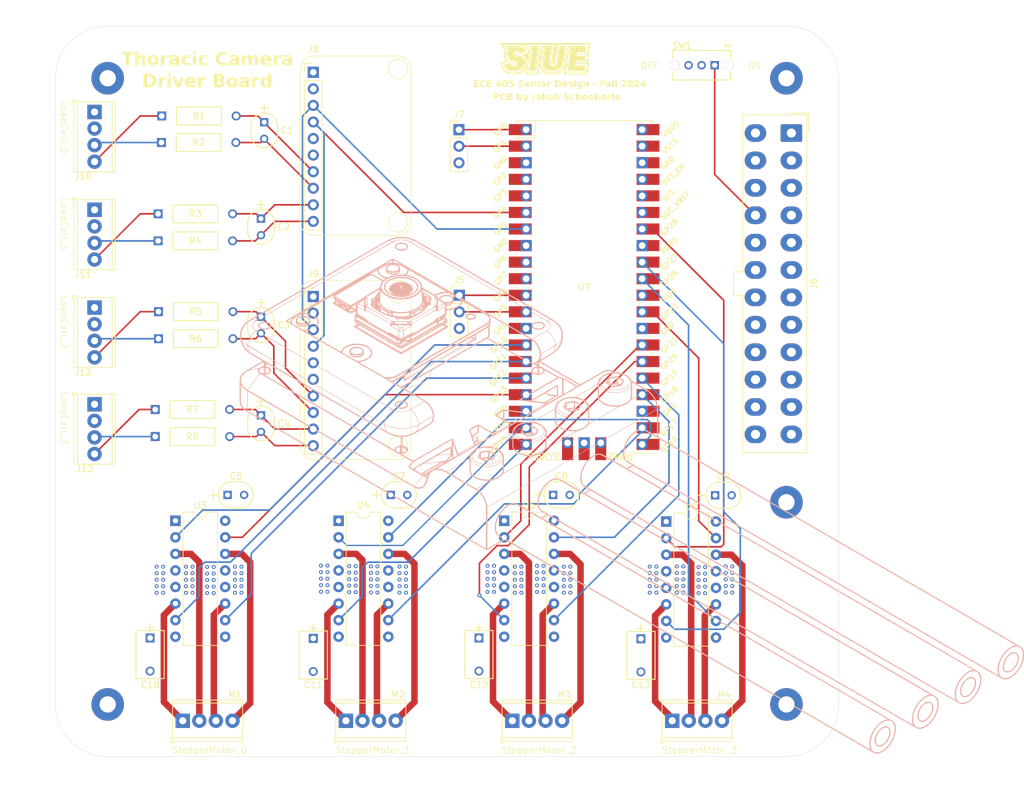
<source format=kicad_pcb>
(kicad_pcb (version 20240108) (generator "pcbnew") (generator_version "8.0")
  (layers (0 "F.Cu" signal "TOP.Cu") (1 "In1.Cu" signal "GND.Cu") (2 "In2.Cu" signal "POWER.Cu") (31 "B.Cu" signal "BOTTOM.Cu") (34 "B.Paste" user) (35 "F.Paste" user) (36 "B.SilkS" user "B.Silkscreen") (37 "F.SilkS" user "F.Silkscreen") (38 "B.Mask" user) (39 "F.Mask" user) (44 "Edge.Cuts" user))
  (net 0 "")
  (net 1 "/Loadcell_ADCs/2_A1")
  (net 2 "/Loadcell_ADCs/2_A2")
  (net 3 "/Loadcell_ADCs/2_A3")
  (net 4 "/Loadcell_ADCs/2_A4")
  (net 5 "/Loadcell_ADCs/1_A2")
  (net 6 "/Loadcell_ADCs/1_A1")
  (net 7 "/Loadcell_ADCs/1_A4")
  (net 8 "/Loadcell_ADCs/1_A3")
  (net 9 "+5V")
  (net 10 "GND")
  (net 11 "+12V")
  (net 12 "/UART1_RX")
  (net 13 "/UART1_TX")
  (net 18 "Net-(J6-PS_ON#)")
  (net 23 "/UART0_TX")
  (net 24 "/UART0_RX")
  (net 25 "/SCL")
  (net 27 "/SDA")
  (net 29 "/Loadcell_ADCs/-LoadCell1")
  (net 30 "/Loadcell_ADCs/+LoadCell1")
  (net 31 "/Loadcell_ADCs/+LoadCell2")
  (net 32 "/Loadcell_ADCs/-LoadCell2")
  (net 33 "/Loadcell_ADCs/-LoadCell3")
  (net 34 "/Loadcell_ADCs/+LoadCell3")
  (net 35 "/Loadcell_ADCs/+LoadCell4")
  (net 36 "/Loadcell_ADCs/-LoadCell4")
  (net 37 "Net-(U3-2Y)")
  (net 38 "Net-(U3-4Y)")
  (net 39 "Net-(M1--)")
  (net 40 "Net-(U3-3Y)")
  (net 41 "Net-(U4-4Y)")
  (net 42 "Net-(U4-3Y)")
  (net 43 "Net-(U4-2Y)")
  (net 44 "Net-(M2--)")
  (net 45 "Net-(M3--)")
  (net 46 "Net-(U5-2Y)")
  (net 47 "Net-(U5-3Y)")
  (net 48 "Net-(U5-4Y)")
  (net 49 "Net-(M4--)")
  (net 50 "Net-(U6-2Y)")
  (net 51 "Net-(U6-4Y)")
  (net 52 "Net-(U6-3Y)")
  (net 54 "/12A")
  (net 55 "/14A")
  (net 56 "/13A")
  (net 57 "/11A")
  (net 58 "/24A")
  (net 59 "/22A")
  (net 60 "/23A")
  (net 61 "/21A")
  (net 62 "/31A")
  (net 63 "/34A")
  (net 64 "/32A")
  (net 65 "/33A")
  (net 66 "/44A")
  (net 67 "/41A")
  (net 68 "/43A")
  (net 69 "/42A")
  (footprint "ThorParts:CAP_C320_KEM" (layer "F.Cu") (at 82.484694 90.5217 -90)
    (property "Reference" "C2")
    (property "Value" "0.1uF")
  )
  (footprint "Connector_PinHeader_2.54mm:PinHeader_1x03_P2.54mm_Vertical" (layer "F.Cu") (at 112.818735 76.880534)
    (property "Reference" "J7")
    (property "Value" "UART_0")
  )
  (footprint "TerminalBlock_Phoenix:TerminalBlock_Phoenix_MPT-0,5-4-2.54_1x04_P2.54mm_Horizontal" (layer "F.Cu") (at 56.984694 104.1667 -90)
    (property "Reference" "J12")
    (property "Value" "LoadCell_2")
  )
  (footprint "ThorParts:RES_TYCO_YR1_TYC" (layer "F.Cu") (at 67.230694 78.8511)
    (property "Reference" "R2")
    (property "Value" "100 Ohms")
  )
  (footprint "ThorParts:CAP_C330C_MR_X7R_KEM" (layer "F.Cu") (at 90.5 154.88 -90)
    (property "Reference" "C11")
    (property "Value" "1uF")
  )
  (footprint "ThorParts:CAP_C320_KEM" (layer "F.Cu") (at 77.365 132.88)
    (property "Reference" "C5")
    (property "Value" "0.1uF")
  )
  (footprint "ThorParts:RES_TYCO_YR1_TYC" (layer "F.Cu") (at 66.782394 104.7817)
    (property "Reference" "R5")
    (property "Value" "100 Ohms")
  )
  (footprint "ThorParts:CAP_C320_KEM" (layer "F.Cu") (at 82.484694 120.6713 -90)
    (property "Reference" "C4")
    (property "Value" "0.1uF")
  )
  (footprint "ThorParts:CAP_C320_KEM" (layer "F.Cu") (at 102.365 132.88)
    (property "Reference" "C7")
    (property "Value" "0.1uF")
  )
  (footprint "Package_DIP:DIP-16_W7.62mm" (layer "F.Cu") (at 119.76 136.84)
    (property "Reference" "U5")
    (property "Value" "L293D")
  )
  (footprint "ThorParts:RES_TYCO_YR1_TYC" (layer "F.Cu") (at 66.730694 93.9313)
    (property "Reference" "R4")
    (property "Value" "100 Ohms")
  )
  (footprint "ThorParts:SIUE_Logo" (layer "F.Cu") (at 126 66)
    (property "Reference" "G***" (hide yes))
    (property "Value" "LOGO" (hide yes))
  )
  (footprint "ThorParts:ADS1115_1x10_P2.54mm_Vertical" (layer "F.Cu") (at 90.5 102.46)
    (property "Reference" "J9")
    (property "Value" "ADS1115_Module_0")
  )
  (footprint "ThorParts:RES_TYCO_YR1_TYC" (layer "F.Cu") (at 66.782394 108.9313)
    (property "Reference" "R6")
    (property "Value" "100 Ohms")
  )
  (footprint "TerminalBlock_Phoenix:TerminalBlock_Phoenix_MPT-0,5-4-2.54_1x04_P2.54mm_Horizontal" (layer "F.Cu") (at 56.984694 74.1667 -90)
    (property "Reference" "J10")
    (property "Value" "LoadCell_0")
  )
  (footprint "ThorParts:CAP_C320_KEM" (layer "F.Cu") (at 82.984694 75.7417 -90)
    (property "Reference" "C1")
    (property "Value" "0.1uF")
  )
  (footprint "TerminalBlock_Phoenix:TerminalBlock_Phoenix_MPT-0,5-4-2.54_1x04_P2.54mm_Horizontal" (layer "F.Cu") (at 145.5 167.5)
    (property "Reference" "M4")
    (property "Value" "Stepper_Motor")
  )
  (footprint "ThorParts:RES_TYCO_YR1_TYC" (layer "F.Cu") (at 66.282394 119.7817)
    (property "Reference" "R7")
    (property "Value" "100 Ohms")
  )
  (footprint "ThorParts:CAP_C320_KEM" (layer "F.Cu") (at 152.065 132.935)
    (property "Reference" "C9")
    (property "Value" "0.1uF")
  )
  (footprint "ThorParts:Molex_Mini-Fit_Jr_5566-24A_2x12_P4.20mm_Vertical_Thor" (layer "F.Cu") (at 163.75 77.4 -90)
    (property "Reference" "J6")
    (property "Value" "ATX-24")
  )
  (footprint "MountingHole:MountingHole_2.5mm_Pad_TopBottom" (layer "F.Cu") (at 59 165)
    (property "Reference" "REF**" (hide yes))
    (property "Value" "MountingHole_2.5mm_Pad_TopBottom" (hide yes))
  )
  (footprint "Package_DIP:DIP-16_W7.62mm" (layer "F.Cu") (at 69.38 136.84)
    (property "Reference" "U3")
    (property "Value" "L293D")
  )
  (footprint "ThorParts:CAP_C330C_MR_X7R_KEM" (layer "F.Cu") (at 65.5 154.8099 -90)
    (property "Reference" "C10")
    (property "Value" "1uF")
  )
  (footprint "MountingHole:MountingHole_2.5mm_Pad_TopBottom" (layer "F.Cu") (at 163 134)
    (property "Reference" "REF**" (hide yes))
    (property "Value" "MountingHole_2.5mm_Pad_TopBottom" (hide yes))
  )
  (footprint "ThorParts:CAP_C330C_MR_X7R_KEM" (layer "F.Cu") (at 115.88 154.8099 -90)
    (property "Reference" "C12")
    (property "Value" "1uF")
  )
  (footprint "TerminalBlock_Phoenix:TerminalBlock_Phoenix_MPT-0,5-4-2.54_1x04_P2.54mm_Horizontal" (layer "F.Cu") (at 56.984694 118.9817 -90)
    (property "Reference" "J13")
    (property "Value" "LoadCell_3")
  )
  (footprint "ThorParts:CAP_C320_KEM" (layer "F.Cu") (at 127.245 132.88)
    (property "Reference" "C8")
    (property "Value" "0.1uF")
  )
  (footprint "TerminalBlock_Phoenix:TerminalBlock_Phoenix_MPT-0,5-4-2.54_1x04_P2.54mm_Horizontal" (layer "F.Cu") (at 95.5 167.5)
    (property "Reference" "M2")
    (property "Value" "Stepper_Motor")
  )
  (footprint "Package_DIP:DIP-16_W7.62mm" (layer "F.Cu") (at 144.58 136.965)
    (property "Reference" "U6")
    (property "Value" "L293D")
  )
  (footprint "Package_DIP:DIP-16_W7.62mm" (layer "F.Cu") (at 94.38 136.84)
    (property "Reference" "U4")
    (property "Value" "L293D")
  )
  (footprint "MountingHole:MountingHole_2.5mm_Pad_TopBottom" (layer "F.Cu") (at 58.999999 69.000001)
    (property "Reference" "REF**" (hide yes))
    (property "Value" "MountingHole_2.5mm_Pad_TopBottom" (hide yes))
  )
  (footprint "MountingHole:MountingHole_2.5mm_Pad_TopBottom" (layer "F.Cu") (at 163 69)
    (property "Reference" "REF**" (hide yes))
    (property "Value" "MountingHole_2.5mm_Pad_TopBottom" (hide yes))
  )
  (footprint "ThorParts:RES_TYCO_YR1_TYC" (layer "F.Cu") (at 66.730694 89.7817)
    (property "Reference" "R3")
    (property "Value" "100 Ohms")
  )
  (footprint "MountingHole:MountingHole_2.5mm_Pad_TopBottom" (layer "F.Cu") (at 163 165)
    (property "Reference" "REF**" (hide yes))
    (property "Value" "MountingHole_2.5mm_Pad_TopBottom" (hide yes))
  )
  (footprint "ThorParts:ADS1115_1x10_P2.54mm_Vertical" (layer "F.Cu") (at 90.5 68.08)
    (property "Reference" "J8")
    (property "Value" "ADS1115_Module_1")
  )
  (footprint "Connector_PinHeader_2.54mm:PinHeader_1x03_P2.54mm_Vertical" (layer "F.Cu") (at 112.878319 102.270418)
    (property "Reference" "J5")
    (property "Value" "UART_1")
  )
  (footprint "ThorParts:RES_TYCO_YR1_TYC" (layer "F.Cu") (at 66.282394 123.9313)
    (property "Reference" "R8")
    (property "Value" "100 Ohms")
  )
  (footprint "TerminalBlock_Phoenix:TerminalBlock_Phoenix_MPT-0,5-4-2.54_1x04_P2.54mm_Horizontal" (layer "F.Cu") (at 70.5 167.5)
    (property "Reference" "M1")
    (property "Value" "Stepper_Motor")
  )
  (footprint "ThorParts:RES_TYCO_YR1_TYC" (layer "F.Cu") (at 67.282394 74.7817)
    (property "Reference" "R1")
    (property "Value" "100 Ohms")
  )
  (footprint "TerminalBlock_Phoenix:TerminalBlock_Phoenix_MPT-0,5-4-2.54_1x04_P2.54mm_Horizontal" (layer "F.Cu") (at 56.984694 89.1667 -90)
    (property "Reference" "J11")
    (property "Value" "LoadCell_1")
  )
  (footprint "ThorParts:CAP_C320_KEM" (layer "F.Cu") (at 82.484694 105.5617 -90)
    (property "Reference" "C3")
    (property "Value" "0.1uF")
  )
  (footprint "ThorParts:SPDT_OS102011_CNK" (layer "F.Cu") (at 151.999999 66.999999 -90)
    (property "Reference" "SW1")
    (property "Value" "OS102011MS2QN1")
  )
  (footprint "MCU_RaspberryPi_and_Boards:RPi_Pico_SMD_TH" (layer "F.Cu") (at 132 101)
    (property "Reference" "U7")
    (property "Value" "Pico")
  )
  (footprint "TerminalBlock_Phoenix:TerminalBlock_Phoenix_MPT-0,5-4-2.54_1x04_P2.54mm_Horizontal" (layer "F.Cu") (at 121 167.5)
    (property "Reference" "M3")
    (property "Value" "Stepper_Motor")
  )
  (footprint "ThorParts:CAP_C330C_MR_X7R_KEM" (layer "F.Cu") (at 140.7 154.9349 -90)
    (property "Reference" "C13")
    (property "Value" "1uF")
  )
  (footprint "ThorParts:CameraMod" (layer "B.Cu") (at 129 135 180)
    (property "Reference" "G***" (hide yes))
    (property "Value" "LOGO" (hide yes))
  )
  (gr_arc (start 59 173) (mid 53.343146 170.656854) (end 51 165) (stroke (width 0.05)) (layer "Edge.Cuts"))
  (gr_line (start 163 61) (end 58.999998 61) (stroke (width 0.05)) (layer "Edge.Cuts"))
  (gr_line (start 163 173) (end 59 173) (stroke (width 0.05)) (layer "Edge.Cuts"))
  (gr_line (start 171 165) (end 171 69) (stroke (width 0.05)) (layer "Edge.Cuts"))
  (gr_line (start 50.999998 69) (end 51 165) (stroke (width 0.05)) (layer "Edge.Cuts"))
  (gr_arc (start 171 165) (mid 168.656854 170.656854) (end 163 173) (stroke (width 0.05)) (layer "Edge.Cuts"))
  (gr_arc (start 163 61) (mid 168.656854 63.343146) (end 171 69) (stroke (width 0.05)) (layer "Edge.Cuts"))
  (gr_arc (start 50.999998 69) (mid 53.343144 63.343146) (end 58.999998 61) (stroke (width 0.05)) (layer "Edge.Cuts"))
  (gr_text "LoadCell_2" (at 51.732341 102.216658 -90) (layer "F.SilkS") (effects (font (size 1 1) (thickness 0.1)) (justify left bottom)))
  (gr_text "ON" (at 157 67.663284 0) (layer "F.SilkS") (effects (font (size 1 1) (thickness 0.1)) (justify left bottom)))
  (gr_text "StepperMotor_0" (at 68.729836 172.571109 0) (layer "F.SilkS") (effects (font (size 1 1) (thickness 0.1)) (justify left bottom)))
  (gr_text "LoadCell_3" (at 51.779657 116.963495 -90) (layer "F.SilkS") (effects (font (size 1 1) (thickness 0.1)) (justify left bottom)))
  (gr_text "StepperMotor_2" (at 119.263382 172.586881 0) (layer "F.SilkS") (effects (font (size 1 1) (thickness 0.1)) (justify left bottom)))
  (gr_text "LoadCell_0" (at 51.732341 72.360228 -90) (layer "F.SilkS") (effects (font (size 1 1) (thickness 0.1)) (justify left bottom)))
  (gr_text "LoadCell_1" (at 51.748113 87.296329 -90) (layer "F.SilkS") (effects (font (size 1 1) (thickness 0.1)) (justify left bottom)))
  (gr_text "PCB by Jakob Schoeberle" (at 118 72.5 0) (layer "F.SilkS") (effects (font (size 1 1) (thickness 0.2) (bold yes)) (justify left bottom)))
  (gr_text "OFF" (at 140.609577 67.615968 0) (layer "F.SilkS") (effects (font (size 1 1) (thickness 0.1)) (justify left bottom)))
  (gr_text "Thoracic Camera\nDriver Board" (at 74.278001 70.721997 0) (layer "F.SilkS") (effects (font (size 2 2) (thickness 0.2) (bold yes)) (justify bottom)))
  (gr_text "ECE 405 Senior Design - Fall 2024" (at 115 70.5 0) (layer "F.SilkS") (effects (font (size 1 1) (thickness 0.2) (bold yes)) (justify left bottom)))
  (gr_text "StepperMotor_3" (at 143.851959 172.571109 0) (layer "F.SilkS") (effects (font (size 1 1) (thickness 0.1)) (justify left bottom)))
  (gr_text "StepperMotor_1" (at 93.870433 172.571109 0) (layer "F.SilkS") (effects (font (size 1 1) (thickness 0.1)) (justify left bottom)))
  (segment (start 78.686994 74.7817) (end 82.024694 74.7817) (width 0.25) (layer "F.Cu") (net 1))
  (segment (start 90.5 83.32) (end 82.984694 75.804694) (width 0.25) (layer "F.Cu") (net 1))
  (segment (start 82.984694 75.804694) (end 82.984694 75.7417) (width 0.2) (layer "F.Cu") (net 1))
  (segment (start 82.024694 74.7817) (end 82.984694 75.7417) (width 0.25) (layer "F.Cu") (net 1))
  (segment (start 82.984694 78.2817) (end 82.984694 78.4817) (width 0.2) (layer "F.Cu") (net 2))
  (segment (start 82.984694 78.344694) (end 82.984694 78.2817) (width 0.2) (layer "F.Cu") (net 2))
  (segment (start 90.5 85.86) (end 82.984694 78.344694) (width 0.25) (layer "F.Cu") (net 2))
  (segment (start 82.415294 78.8511) (end 82.984694 78.2817) (width 0.25) (layer "F.Cu") (net 2))
  (segment (start 78.635294 78.8511) (end 82.415294 78.8511) (width 0.25) (layer "F.Cu") (net 2))
  (segment (start 78.135294 89.7817) (end 81.744694 89.7817) (width 0.25) (layer "F.Cu") (net 3))
  (segment (start 82.484694 90.5217) (end 82.624694 90.3817) (width 0.25) (layer "F.Cu") (net 3))
  (segment (start 84.606394 88.4) (end 82.484694 90.5217) (width 0.25) (layer "F.Cu") (net 3))
  (segment (start 81.744694 89.7817) (end 82.484694 90.5217) (width 0.25) (layer "F.Cu") (net 3))
  (segment (start 90.5 88.4) (end 84.606394 88.4) (width 0.25) (layer "F.Cu") (net 3))
  (segment (start 90.5 90.94) (end 84.606394 90.94) (width 0.25) (layer "F.Cu") (net 4))
  (segment (start 84.606394 90.94) (end 82.484694 93.0617) (width 0.25) (layer "F.Cu") (net 4))
  (segment (start 81.615094 93.9313) (end 82.484694 93.0617) (width 0.25) (layer "F.Cu") (net 4))
  (segment (start 78.135294 93.9313) (end 81.615094 93.9313) (width 0.25) (layer "F.Cu") (net 4))
  (segment (start 82.484694 93.0617) (end 82.904694 93.0617) (width 0.2) (layer "F.Cu") (net 4))
  (segment (start 78.186994 108.9313) (end 81.655094 108.9313) (width 0.25) (layer "F.Cu") (net 5))
  (segment (start 81.655094 108.9313) (end 82.484694 108.1017) (width 0.25) (layer "F.Cu") (net 5))
  (segment (start 90.5 120.24) (end 84.454086 114.194086) (width 0.25) (layer "F.Cu") (net 5))
  (segment (start 84.454086 110.071092) (end 82.484694 108.1017) (width 0.25) (layer "F.Cu") (net 5))
  (segment (start 84.454086 114.194086) (end 84.454086 110.071092) (width 0.25) (layer "F.Cu") (net 5))
  (segment (start 81.704694 104.7817) (end 82.484694 105.5617) (width 0.25) (layer "F.Cu") (net 6))
  (segment (start 78.186994 104.7817) (end 81.704694 104.7817) (width 0.25) (layer "F.Cu") (net 6))
  (segment (start 90.5 117.7) (end 86.247986 113.447986) (width 0.25) (layer "F.Cu") (net 6))
  (segment (start 86.247986 109.324992) (end 82.484694 105.5617) (width 0.25) (layer "F.Cu") (net 6))
  (segment (start 86.247986 113.447986) (end 86.247986 109.324992) (width 0.25) (layer "F.Cu") (net 6))
  (segment (start 77.686994 123.9313) (end 81.764694 123.9313) (width 0.25) (layer "F.Cu") (net 7))
  (segment (start 81.764694 123.9313) (end 82.484694 123.2113) (width 0.25) (layer "F.Cu") (net 7))
  (segment (start 84.593394 125.32) (end 82.484694 123.2113) (width 0.25) (layer "F.Cu") (net 7))
  (segment (start 90.5 125.32) (end 84.593394 125.32) (width 0.25) (layer "F.Cu") (net 7))
  (segment (start 84.593394 122.78) (end 82.484694 120.6713) (width 0.25) (layer "F.Cu") (net 8))
  (segment (start 81.595094 119.7817) (end 82.484694 120.6713) (width 0.25) (layer "F.Cu") (net 8))
  (segment (start 90.5 122.78) (end 84.593394 122.78) (width 0.25) (layer "F.Cu") (net 8))
  (segment (start 77.686994 119.7817) (end 81.595094 119.7817) (width 0.25) (layer "F.Cu") (net 8))
  (via (at 92.68 144.715) (size 0.6) (drill 0.3) (layers "F.Cu" "B.Cu") (net 10))
  (via (at 91.68 147.715) (size 0.6) (drill 0.3) (layers "F.Cu" "B.Cu") (net 10))
  (via (at 103.707507 147.862128) (size 0.6) (drill 0.3) (layers "F.Cu" "B.Cu") (net 10))
  (via (at 147.2 145.84) (size 0.6) (drill 0.3) (layers "F.Cu" "B.Cu") (net 10))
  (via (at 150.537354 147.945215) (size 0.6) (drill 0.3) (layers "F.Cu" "B.Cu") (net 10))
  (via (at 100.324706 143.837295) (size 0.6) (drill 0.3) (layers "F.Cu" "B.Cu") (net 10))
  (via (at 66.5 146.88) (size 0.6) (drill 0.3) (layers "F.Cu" "B.Cu") (net 10))
  (via (at 154.7 147.84) (size 0.6) (drill 0.3) (layers "F.Cu" "B.Cu") (net 10))
  (via (at 67.5 143.88) (size 0.6) (drill 0.3) (layers "F.Cu" "B.Cu") (net 10))
  (via (at 96.001105 145.7886) (size 0.6) (drill 0.3) (layers "F.Cu" "B.Cu") (net 10))
  (via (at 129.88 143.88) (size 0.6) (drill 0.3) (layers "F.Cu" "B.Cu") (net 10))
  (via (at 97.001105 143.7886) (size 0.6) (drill 0.3) (layers "F.Cu" "B.Cu") (net 10))
  (via (at 97.001105 145.7886) (size 0.6) (drill 0.3) (layers "F.Cu" "B.Cu") (net 10))
  (via (at 122.38 147.88) (size 0.6) (drill 0.3) (layers "F.Cu" "B.Cu") (net 10))
  (via (at 100.324706 146.837295) (size 0.6) (drill 0.3) (layers "F.Cu" "B.Cu") (net 10))
  (via (at 67.5 147.88) (size 0.6) (drill 0.3) (layers "F.Cu" "B.Cu") (net 10))
  (via (at 117.195348 146.744907) (size 0.6) (drill 0.3) (layers "F.Cu" "B.Cu") (net 10))
  (via (at 124.785096 147.752446) (size 0.6) (drill 0.3) (layers "F.Cu" "B.Cu") (net 10))
  (via (at 153.7 147.84) (size 0.6) (drill 0.3) (layers "F.Cu" "B.Cu") (net 10))
  (via (at 96.001105 147.7886) (size 0.6) (drill 0.3) (layers "F.Cu" "B.Cu") (net 10))
  (via (at 153.7 143.84) (size 0.6) (drill 0.3) (layers "F.Cu" "B.Cu") (net 10))
  (via (at 91.68 145.715) (size 0.6) (drill 0.3) (layers "F.Cu" "B.Cu") (net 10))
  (via (at 143.057952 144.861445) (size 0.6) (drill 0.3) (layers "F.Cu" "B.Cu") (net 10))
  (via (at 146.2 147.84) (size 0.6) (drill 0.3) (layers "F.Cu" "B.Cu") (net 10))
  (via (at 78.5 146.88) (size 0.6) (drill 0.3) (layers "F.Cu" "B.Cu") (net 10))
  (via (at 121.38 146.88) (size 0.6) (drill 0.3) (layers "F.Cu" "B.Cu") (net 10))
  (via (at 100.324706 147.837295) (size 0.6) (drill 0.3) (layers "F.Cu" "B.Cu") (net 10))
  (via (at 100.324706 145.837295) (size 0.6) (drill 0.3) (layers "F.Cu" "B.Cu") (net 10))
  (via (at 122.38 143.88) (size 0.6) (drill 0.3) (layers "F.Cu" "B.Cu") (net 10))
  (via (at 118.195348 146.744907) (size 0.6) (drill 0.3) (layers "F.Cu" "B.Cu") (net 10))
  (via (at 118.195348 147.744907) (size 0.6) (drill 0.3) (layers "F.Cu" "B.Cu") (net 10))
  (via (at 150.537354 144.945215) (size 0.6) (drill 0.3) (layers "F.Cu" "B.Cu") (net 10))
  (via (at 72 147.88) (size 0.6) (drill 0.3) (layers "F.Cu" "B.Cu") (net 10))
  (via (at 75.242943 144.925291) (size 0.6) (drill 0.3) (layers "F.Cu" "B.Cu") (net 10))
  (via (at 128.88 146.88) (size 0.6) (drill 0.3) (layers "F.Cu" "B.Cu") (net 10))
  (via (at 67.5 145.88) (size 0.6) (drill 0.3) (layers "F.Cu" "B.Cu") (net 10))
  (via (at 125.785096 147.752446) (size 0.6) (drill 0.3) (layers "F.Cu" "B.Cu") (net 10))
  (via (at 66.5 147.88) (size 0.6) (drill 0.3) (layers "F.Cu" "B.Cu") (net 10))
  (via (at 154.7 146.84) (size 0.6) (drill 0.3) (layers "F.Cu" "B.Cu") (net 10))
  (via (at 72 145.88) (size 0.6) (drill 0.3) (layers "F.Cu" "B.Cu") (net 10))
  (via (at 129.88 144.88) (size 0.6) (drill 0.3) (layers "F.Cu" "B.Cu") (net 10))
  (via (at 129.88 145.88) (size 0.6) (drill 0.3) (layers "F.Cu" "B.Cu") (net 10))
  (via (at 118.195348 143.744907) (size 0.6) (drill 0.3) (layers "F.Cu" "B.Cu") (net 10))
  (via (at 79.5 146.88) (size 0.6) (drill 0.3) (layers "F.Cu" "B.Cu") (net 10))
  (via (at 154.7 143.84) (size 0.6) (drill 0.3) (layers "F.Cu" "B.Cu") (net 10))
  (via (at 146.2 144.84) (size 0.6) (drill 0.3) (layers "F.Cu" "B.Cu") (net 10))
  (via (at 97.001105 144.7886) (size 0.6) (drill 0.3) (layers "F.Cu" "B.Cu") (net 10))
  (via (at 147.2 146.84) (size 0.6) (drill 0.3) (layers "F.Cu" "B.Cu") (net 10))
  (via (at 96.001105 144.7886) (size 0.6) (drill 0.3) (layers "F.Cu" "B.Cu") (net 10))
  (via (at 142.057952 146.861445) (size 0.6) (drill 0.3) (layers "F.Cu" "B.Cu") (net 10))
  (via (at 66.5 143.88) (size 0.6) (drill 0.3) (layers "F.Cu" "B.Cu") (net 10))
  (via (at 99.324706 145.837295) (size 0.6) (drill 0.3) (layers "F.Cu" "B.Cu") (net 10))
  (via (at 99.324706 143.837295) (size 0.6) (drill 0.3) (layers "F.Cu" "B.Cu") (net 10))
  (via (at 78.5 143.88) (size 0.6) (drill 0.3) (layers "F.Cu" "B.Cu") (net 10))
  (via (at 100.324706 144.837295) (size 0.6) (drill 0.3) (layers "F.Cu" "B.Cu") (net 10))
  (via (at 71 143.88) (size 0.6) (drill 0.3) (layers "F.Cu" "B.Cu") (net 10))
  (via (at 71 146.88) (size 0.6) (drill 0.3) (layers "F.Cu" "B.Cu") (net 10))
  (via (at 142.057952 144.861445) (size 0.6) (drill 0.3) (layers "F.Cu" "B.Cu") (net 10))
  (via (at 143.057952 146.861445) (size 0.6) (drill 0.3) (layers "F.Cu" "B.Cu") (net 10))
  (via (at 143.057952 143.861445) (size 0.6) (drill 0.3) (layers "F.Cu" "B.Cu") (net 10))
  (via (at 79.5 147.88) (size 0.6) (drill 0.3) (layers "F.Cu" "B.Cu") (net 10))
  (via (at 99.324706 144.837295) (size 0.6) (drill 0.3) (layers "F.Cu" "B.Cu") (net 10))
  (via (at 104.707507 147.862128) (size 0.6) (drill 0.3) (layers "F.Cu" "B.Cu") (net 10))
  (via (at 128.88 144.88) (size 0.6) (drill 0.3) (layers "F.Cu" "B.Cu") (net 10))
  (via (at 150.537354 145.945215) (size 0.6) (drill 0.3) (layers "F.Cu" "B.Cu") (net 10))
  (via (at 153.7 145.84) (size 0.6) (drill 0.3) (layers "F.Cu" "B.Cu") (net 10))
  (via (at 146.2 143.84) (size 0.6) (drill 0.3) (layers "F.Cu" "B.Cu") (net 10))
  (via (at 99.324706 146.837295) (size 0.6) (drill 0.3) (layers "F.Cu" "B.Cu") (net 10))
  (via (at 150.537354 146.945215) (size 0.6) (drill 0.3) (layers "F.Cu" "B.Cu") (net 10))
  (via (at 149.537354 145.945215) (size 0.6) (drill 0.3) (layers "F.Cu" "B.Cu") (net 10))
  (via (at 79.5 144.88) (size 0.6) (drill 0.3) (layers "F.Cu" "B.Cu") (net 10))
  (via (at 75.242943 146.925291) (size 0.6) (drill 0.3) (layers "F.Cu" "B.Cu") (net 10))
  (via (at 125.785096 146.752446) (size 0.6) (drill 0.3) (layers "F.Cu" "B.Cu") (net 10))
  (via (at 91.68 144.715) (size 0.6) (drill 0.3) (layers "F.Cu" "B.Cu") (net 10))
  (via (at 147.2 143.84) (size 0.6) (drill 0.3) (layers "F.Cu" "B.Cu") (net 10))
  (via (at 153.7 146.84) (size 0.6) (drill 0.3) (layers "F.Cu" "B.Cu") (net 10))
  (via (at 92.68 146.715) (size 0.6) (drill 0.3) (layers "F.Cu" "B.Cu") (net 10))
  (via (at 78.5 147.88) (size 0.6) (drill 0.3) (layers "F.Cu" "B.Cu") (net 10))
  (via (at 124.785096 145.752446) (size 0.6) (drill 0.3) (layers "F.Cu" "B.Cu") (net 10))
  (via (at 96.001105 143.7886) (size 0.6) (drill 0.3) (layers "F.Cu" "B.Cu") (net 10))
  (via (at 91.68 146.715) (size 0.6) (drill 0.3) (layers "F.Cu" "B.Cu") (net 10))
  (via (at 117.195348 144.744907) (size 0.6) (drill 0.3) (layers "F.Cu" "B.Cu") (net 10))
  (via (at 97.001105 147.7886) (size 0.6) (drill 0.3) (layers "F.Cu" "B.Cu") (net 10))
  (via (at 153.7 144.84) (size 0.6) (drill 0.3) (layers "F.Cu" "B.Cu") (net 10))
  (via (at 146.2 146.84) (size 0.6) (drill 0.3) (layers "F.Cu" "B.Cu") (net 10))
  (via (at 149.537354 146.945215) (size 0.6) (drill 0.3) (layers "F.Cu" "B.Cu") (net 10))
  (via (at 124.785096 143.752446) (size 0.6) (drill 0.3) (layers "F.Cu" "B.Cu") (net 10))
  (via (at 104.707507 144.862128) (size 0.6) (drill 0.3) (layers "F.Cu" "B.Cu") (net 10))
  (via (at 74.242943 143.925291) (size 0.6) (drill 0.3) (layers "F.Cu" "B.Cu") (net 10))
  (via (at 146.2 145.84) (size 0.6) (drill 0.3) (layers "F.Cu" "B.Cu") (net 10))
  (via (at 96.001105 146.7886) (size 0.6) (drill 0.3) (layers "F.Cu" "B.Cu") (net 10))
  (via (at 147.2 147.84) (size 0.6) (drill 0.3) (layers "F.Cu" "B.Cu") (net 10))
  (via (at 124.785096 146.752446) (size 0.6) (drill 0.3) (layers "F.Cu" "B.Cu") (net 10))
  (via (at 97.001105 146.7886) (size 0.6) (drill 0.3) (layers "F.Cu" "B.Cu") (net 10))
  (via (at 121.38 145.88) (size 0.6) (drill 0.3) (layers "F.Cu" "B.Cu") (net 10))
  (via (at 118.195348 144.744907) (size 0.6) (drill 0.3) (layers "F.Cu" "B.Cu") (net 10))
  (via (at 71 147.88) (size 0.6) (drill 0.3) (layers "F.Cu" "B.Cu") (net 10))
  (via (at 71 144.88) (size 0.6) (drill 0.3) (layers "F.Cu" "B.Cu") (net 10))
  (via (at 99.324706 147.837295) (size 0.6) (drill 0.3) (layers "F.Cu" "B.Cu") (net 10))
  (via (at 104.707507 143.862128) (size 0.6) (drill 0.3) (layers "F.Cu" "B.Cu") (net 10))
  (via (at 79.5 143.88) (size 0.6) (drill 0.3) (layers "F.Cu" "B.Cu") (net 10))
  (via (at 103.707507 144.862128) (size 0.6) (drill 0.3) (layers "F.Cu" "B.Cu") (net 10))
  (via (at 92.68 143.715) (size 0.6) (drill 0.3) (layers "F.Cu" "B.Cu") (net 10))
  (via (at 129.88 147.88) (size 0.6) (drill 0.3) (layers "F.Cu" "B.Cu") (net 10))
  (via (at 129.88 146.88) (size 0.6) (drill 0.3) (layers "F.Cu" "B.Cu") (net 10))
  (via (at 72 143.88) (size 0.6) (drill 0.3) (layers "F.Cu" "B.Cu") (net 10))
  (via (at 122.38 145.88) (size 0.6) (drill 0.3) (layers "F.Cu" "B.Cu") (net 10))
  (via (at 79.5 145.88) (size 0.6) (drill 0.3) (layers "F.Cu" "B.Cu") (net 10))
  (via (at 74.242943 146.925291) (size 0.6) (drill 0.3) (layers "F.Cu" "B.Cu") (net 10))
  (via (at 149.537354 144.945215) (size 0.6) (drill 0.3) (layers "F.Cu" "B.Cu") (net 10))
  (via (at 142.057952 145.861445) (size 0.6) (drill 0.3) (layers "F.Cu" "B.Cu") (net 10))
  (via (at 121.38 147.88) (size 0.6) (drill 0.3) (layers "F.Cu" "B.Cu") (net 10))
  (via (at 125.785096 143.752446) (size 0.6) (drill 0.3) (layers "F.Cu" "B.Cu") (net 10))
  (via (at 66.5 144.88) (size 0.6) (drill 0.3) (layers "F.Cu" "B.Cu") (net 10))
  (via (at 67.5 144.88) (size 0.6) (drill 0.3) (layers "F.Cu" "B.Cu") (net 10))
  (via (at 67.5 146.88) (size 0.6) (drill 0.3) (layers "F.Cu" "B.Cu") (net 10))
  (via (at 92.68 147.715) (size 0.6) (drill 0.3) (layers "F.Cu" "B.Cu") (net 10))
  (via (at 143.057952 145.861445) (size 0.6) (drill 0.3) (layers "F.Cu" "B.Cu") (net 10))
  (via (at 74.242943 145.925291) (size 0.6) (drill 0.3) (layers "F.Cu" "B.Cu") (net 10))
  (via (at 103.707507 146.862128) (size 0.6) (drill 0.3) (layers "F.Cu" "B.Cu") (net 10))
  (via (at 128.88 143.88) (size 0.6) (drill 0.3) (layers "F.Cu" "B.Cu") (net 10))
  (via (at 121.38 143.88) (size 0.6) (drill 0.3) (layers "F.Cu" "B.Cu") (net 10))
  (via (at 66.5 145.88) (size 0.6) (drill 0.3) (layers "F.Cu" "B.Cu") (net 10))
  (via (at 104.707507 146.862128) (size 0.6) (drill 0.3) (layers "F.Cu" "B.Cu") (net 10))
  (via (at 122.38 146.88) (size 0.6) (drill 0.3) (layers "F.Cu" "B.Cu") (net 10))
  (via (at 103.707507 145.862128) (size 0.6) (drill 0.3) (layers "F.Cu" "B.Cu") (net 10))
  (via (at 125.785096 145.752446) (size 0.6) (drill 0.3) (layers "F.Cu" "B.Cu") (net 10))
  (via (at 125.785096 144.752446) (size 0.6) (drill 0.3) (layers "F.Cu" "B.Cu") (net 10))
  (via (at 74.242943 144.925291) (size 0.6) (drill 0.3) (layers "F.Cu" "B.Cu") (net 10))
  (via (at 150.537354 143.945215) (size 0.6) (drill 0.3) (layers "F.Cu" "B.Cu") (net 10))
  (via (at 128.88 147.88) (size 0.6) (drill 0.3) (layers "F.Cu" "B.Cu") (net 10))
  (via (at 72 144.88) (size 0.6) (drill 0.3) (layers "F.Cu" "B.Cu") (net 10))
  (via (at 74.242943 147.925291) (size 0.6) (drill 0.3) (layers "F.Cu" "B.Cu") (net 10))
  (via (at 149.537354 143.945215) (size 0.6) (drill 0.3) (layers "F.Cu" "B.Cu") (net 10))
  (via (at 91.68 143.715) (size 0.6) (drill 0.3) (layers "F.Cu" "B.Cu") (net 10))
  (via (at 78.5 144.88) (size 0.6) (drill 0.3) (layers "F.Cu" "B.Cu") (net 10))
  (via (at 154.7 144.84) (size 0.6) (drill 0.3) (layers "F.Cu" "B.Cu") (net 10))
  (via (at 128.88 145.88) (size 0.6) (drill 0.3) (layers "F.Cu" "B.Cu") (net 10))
  (via (at 142.057952 143.861445) (size 0.6) (drill 0.3) (layers "F.Cu" "B.Cu") (net 10))
  (via (at 72 146.88) (size 0.6) (drill 0.3) (layers "F.Cu" "B.Cu") (net 10))
  (via (at 121.38 144.88) (size 0.6) (drill 0.3) (layers "F.Cu" "B.Cu") (net 10))
  (via (at 124.785096 144.752446) (size 0.6) (drill 0.3) (layers "F.Cu" "B.Cu") (net 10))
  (via (at 75.242943 147.925291) (size 0.6) (drill 0.3) (layers "F.Cu" "B.Cu") (net 10))
  (via (at 154.7 145.84) (size 0.6) (drill 0.3) (layers "F.Cu" "B.Cu") (net 10))
  (via (at 143.057952 147.861445) (size 0.6) (drill 0.3) (layers "F.Cu" "B.Cu") (net 10))
  (via (at 92.68 145.715) (size 0.6) (drill 0.3) (layers "F.Cu" "B.Cu") (net 10))
  (via (at 75.242943 145.925291) (size 0.6) (drill 0.3) (layers "F.Cu" "B.Cu") (net 10))
  (via (at 78.5 145.88) (size 0.6) (drill 0.3) (layers "F.Cu" "B.Cu") (net 10))
  (via (at 149.537354 147.945215) (size 0.6) (drill 0.3) (layers "F.Cu" "B.Cu") (net 10))
  (via (at 71 145.88) (size 0.6) (drill 0.3) (layers "F.Cu" "B.Cu") (net 10))
  (via (at 117.195348 143.744907) (size 0.6) (drill 0.3) (layers "F.Cu" "B.Cu") (net 10))
  (via (at 75.242943 143.925291) (size 0.6) (drill 0.3) (layers "F.Cu" "B.Cu") (net 10))
  (via (at 104.707507 145.862128) (size 0.6) (drill 0.3) (layers "F.Cu" "B.Cu") (net 10))
  (via (at 117.195348 147.744907) (size 0.6) (drill 0.3) (layers "F.Cu" "B.Cu") (net 10))
  (via (at 118.195348 145.744907) (size 0.6) (drill 0.3) (layers "F.Cu" "B.Cu") (net 10))
  (via (at 147.2 144.84) (size 0.6) (drill 0.3) (layers "F.Cu" "B.Cu") (net 10))
  (via (at 142.057952 147.861445) (size 0.6) (drill 0.3) (layers "F.Cu" "B.Cu") (net 10))
  (via (at 117.195348 145.744907) (size 0.6) (drill 0.3) (layers "F.Cu" "B.Cu") (net 10))
  (via (at 122.38 144.88) (size 0.6) (drill 0.3) (layers "F.Cu" "B.Cu") (net 10))
  (via (at 103.707507 143.862128) (size 0.6) (drill 0.3) (layers "F.Cu" "B.Cu") (net 10))
  (segment (start 112.878737 104.81) (end 112.878319 104.810418) (width 0.2) (layer "F.Cu") (net 12))
  (segment (start 123.11 104.81) (end 112.878737 104.81) (width 0.25) (layer "F.Cu") (net 12))
  (segment (start 123.109582 102.270418) (end 123.11 102.27) (width 0.2) (layer "F.Cu") (net 13))
  (segment (start 112.878319 102.270418) (end 123.109582 102.270418) (width 0.25) (layer "F.Cu") (net 13))
  (segment (start 151.999999 66.999999) (end 151.999999 83.749999) (width 0.25) (layer "F.Cu") (net 18))
  (segment (start 151.999999 83.749999) (end 158.25 90) (width 0.25) (layer "F.Cu") (net 18))
  (segment (start 118.13 76.87) (end 118.119466 76.880534) (width 0.2) (layer "F.Cu") (net 23))
  (segment (start 118.119466 76.880534) (end 112.818735 76.880534) (width 0.25) (layer "F.Cu") (net 23))
  (segment (start 123.11 76.87) (end 118.13 76.87) (width 0.25) (layer "F.Cu") (net 23))
  (segment (start 112.829269 79.41) (end 112.818735 79.420534) (width 0.2) (layer "F.Cu") (net 24))
  (segment (start 123.11 79.41) (end 112.829269 79.41) (width 0.25) (layer "F.Cu") (net 24))
  (segment (start 88.845992 74.814008) (end 90.5 73.16) (width 0.25) (layer "B.Cu") (net 25))
  (segment (start 90.5 73.16) (end 109.45 92.11) (width 0.25) (layer "B.Cu") (net 25))
  (segment (start 90.5 107.54) (end 88.845992 105.885992) (width 0.25) (layer "B.Cu") (net 25))
  (segment (start 109.45 92.11) (end 123.11 92.11) (width 0.25) (layer "B.Cu") (net 25))
  (segment (start 88.845992 105.885992) (end 88.845992 74.814008) (width 0.25) (layer "B.Cu") (net 25))
  (segment (start 104.37 89.57) (end 123.11 89.57) (width 0.25) (layer "F.Cu") (net 27))
  (segment (start 90.5 75.7) (end 104.37 89.57) (width 0.25) (layer "F.Cu") (net 27))
  (segment (start 92.14458 108.43542) (end 92.14458 77.34458) (width 0.25) (layer "B.Cu") (net 27))
  (segment (start 90.5 110.08) (end 92.14458 108.43542) (width 0.25) (layer "B.Cu") (net 27))
  (segment (start 92.14458 77.34458) (end 90.5 75.7) (width 0.25) (layer "B.Cu") (net 27))
  (segment (start 67.230694 78.8511) (end 57.380294 78.8511) (width 0.25) (layer "B.Cu") (net 29))
  (segment (start 57.380294 78.8511) (end 56.984694 79.2467) (width 0.2) (layer "B.Cu") (net 29))
  (segment (start 67.282394 74.7817) (end 63.989694 74.7817) (width 0.25) (layer "F.Cu") (net 30))
  (segment (start 63.989694 74.7817) (end 56.984694 81.7867) (width 0.25) (layer "F.Cu") (net 30))
  (segment (start 63.989694 89.7817) (end 56.984694 96.7867) (width 0.25) (layer "F.Cu") (net 31))
  (segment (start 66.730694 89.7817) (end 63.989694 89.7817) (width 0.25) (layer "F.Cu") (net 31))
  (segment (start 66.730694 93.9313) (end 57.300094 93.9313) (width 0.25) (layer "B.Cu") (net 32))
  (segment (start 57.300094 93.9313) (end 56.984694 94.2467) (width 0.2) (layer "B.Cu") (net 32))
  (segment (start 66.782394 108.9313) (end 57.300094 108.9313) (width 0.25) (layer "B.Cu") (net 33))
  (segment (start 57.300094 108.9313) (end 56.984694 109.2467) (width 0.2) (layer "B.Cu") (net 33))
  (segment (start 63.989694 104.7817) (end 56.984694 111.7867) (width 0.25) (layer "F.Cu") (net 34))
  (segment (start 66.782394 104.7817) (end 63.989694 104.7817) (width 0.25) (layer "F.Cu") (net 34))
  (segment (start 66.242394 119.7417) (end 66.282394 119.7817) (width 0.2) (layer "F.Cu") (net 35))
  (segment (start 56.944694 126.5617) (end 56.984694 126.6017) (width 0.2) (layer "F.Cu") (net 35))
  (segment (start 66.282394 119.7817) (end 63.804694 119.7817) (width 0.25) (layer "F.Cu") (net 35))
  (segment (start 63.804694 119.7817) (end 56.984694 126.6017) (width 0.25) (layer "F.Cu") (net 35))
  (segment (start 66.282394 123.9313) (end 57.115094 123.9313) (width 0.25) (layer "B.Cu") (net 36))
  (segment (start 57.115094 123.9313) (end 56.984694 124.0617) (width 0.2) (layer "B.Cu") (net 36))
  (segment (start 67.610262 151.309738) (end 69.38 149.54) (width 1) (layer "F.Cu") (net 37))
  (segment (start 70.5 167.5) (end 67.610262 164.610262) (width 1) (layer "F.Cu") (net 37))
  (segment (start 67.610262 164.610262) (end 67.610262 151.309738) (width 1) (layer "F.Cu") (net 37))
  (segment (start 79.548816 141.92) (end 77 141.92) (width 1) (layer "F.Cu") (net 38))
  (segment (start 78.12 167.5) (end 80.837959 164.782041) (width 1) (layer "F.Cu") (net 38))
  (segment (start 80.837959 164.782041) (end 80.837959 143.209143) (width 1) (layer "F.Cu") (net 38))
  (segment (start 80.837959 143.209143) (end 79.548816 141.92) (width 1) (layer "F.Cu") (net 38))
  (segment (start 73.04 143.199907) (end 71.760093 141.92) (width 1) (layer "F.Cu") (net 39))
  (segment (start 73.04 167.5) (end 73.04 143.199907) (width 1) (layer "F.Cu") (net 39))
  (segment (start 71.760093 141.92) (end 69.38 141.92) (width 1) (layer "F.Cu") (net 39))
  (segment (start 75.262114 151.277886) (end 77 149.54) (width 1) (layer "F.Cu") (net 40))
  (segment (start 75.58 167.5) (end 75.262114 167.182114) (width 1) (layer "F.Cu") (net 40))
  (segment (start 75.262114 167.182114) (end 75.262114 151.277886) (width 1) (layer "F.Cu") (net 40))
  (segment (start 104.495365 141.92) (end 102 141.92) (width 1) (layer "F.Cu") (net 41))
  (segment (start 106 164.62) (end 106 143.424635) (width 1) (layer "F.Cu") (net 41))
  (segment (start 103.12 167.5) (end 106 164.62) (width 1) (layer "F.Cu") (net 41))
  (segment (start 106 143.424635) (end 104.495365 141.92) (width 1) (layer "F.Cu") (net 41))
  (segment (start 100.256866 167.176866) (end 100.256866 151.283134) (width 1) (layer "F.Cu") (net 42))
  (segment (start 100.256866 151.283134) (end 102 149.54) (width 1) (layer "F.Cu") (net 42))
  (segment (start 100.58 167.5) (end 100.256866 167.176866) (width 1) (layer "F.Cu") (net 42))
  (segment (start 94.38 149.54) (end 92.664113 151.255887) (width 1) (layer "F.Cu") (net 43))
  (segment (start 92.664113 164.664113) (end 95.5 167.5) (width 1) (layer "F.Cu") (net 43))
  (segment (start 92.664113 151.255887) (end 92.664113 164.664113) (width 1) (layer "F.Cu") (net 43))
  (segment (start 97.076765 141.92) (end 94.38 141.92) (width 1) (layer "F.Cu") (net 44))
  (segment (start 98.04 142.883235) (end 97.076765 141.92) (width 1) (layer "F.Cu") (net 44))
  (segment (start 98.04 167.5) (end 98.04 142.883235) (width 1) (layer "F.Cu") (net 44))
  (segment (start 119.76 141.92) (end 122.182867 141.92) (width 1) (layer "F.Cu") (net 45))
  (segment (start 123.54 143.277133) (end 123.54 167.5) (width 1) (layer "F.Cu") (net 45))
  (segment (start 122.182867 141.92) (end 123.54 143.277133) (width 1) (layer "F.Cu") (net 45))
  (segment (start 118.037347 164.537347) (end 121 167.5) (width 1) (layer "F.Cu") (net 46))
  (segment (start 119.76 149.54) (end 118.037347 151.262653) (width 1) (layer "F.Cu") (net 46))
  (segment (start 118.037347 151.262653) (end 118.037347 164.537347) (width 1) (layer "F.Cu") (net 46))
  (segment (start 125.642445 167.062445) (end 126.08 167.5) (width 1) (layer "F.Cu") (net 47))
  (segment (start 125.642445 151.277555) (end 125.642445 167.062445) (width 1) (layer "F.Cu") (net 47))
  (segment (start 127.38 149.54) (end 125.642445 151.277555) (width 1) (layer "F.Cu") (net 47))
  (segment (start 128.62 167.5) (end 131.444318 164.675682) (width 1) (layer "F.Cu") (net 48))
  (segment (start 129.844468 141.92) (end 127.38 141.92) (width 1) (layer "F.Cu") (net 48))
  (segment (start 131.444318 143.51985) (end 129.844468 141.92) (width 1) (layer "F.Cu") (net 48))
  (segment (start 131.444318 164.675682) (end 131.444318 143.51985) (width 1) (layer "F.Cu") (net 48))
  (segment (start 148.402874 167.137126) (end 148.04 167.5) (width 1) (layer "F.Cu") (net 49))
  (segment (start 148.402874 143.390148) (end 148.402874 167.137126) (width 1) (layer "F.Cu") (net 49))
  (segment (start 147.057726 142.045) (end 148.402874 143.390148) (width 1) (layer "F.Cu") (net 49))
  (segment (start 144.58 142.045) (end 147.057726 142.045) (width 1) (layer "F.Cu") (net 49))
  (segment (start 142.878276 164.518276) (end 145.68 167.32) (width 1) (layer "F.Cu") (net 50))
  (segment (start 144.58 149.665) (end 142.878276 151.366724) (width 1) (layer "F.Cu") (net 50))
  (segment (start 145.68 167.32) (end 145.5 167.5) (width 0.2) (layer "F.Cu") (net 50))
  (segment (start 142.878276 151.366724) (end 142.878276 164.518276) (width 1) (layer "F.Cu") (net 50))
  (segment (start 154.56818 142.045) (end 152.2 142.045) (width 1) (layer "F.Cu") (net 51))
  (segment (start 156.238445 143.715265) (end 154.56818 142.045) (width 1) (layer "F.Cu") (net 51))
  (segment (start 156.238445 164.381555) (end 156.238445 143.715265) (width 1) (layer "F.Cu") (net 51))
  (segment (start 153.12 167.5) (end 156.238445 164.381555) (width 1) (layer "F.Cu") (net 51))
  (segment (start 150.58 167.5) (end 150.483471 167.403471) (width 1) (layer "F.Cu") (net 52))
  (segment (start 150.483471 151.381529) (end 152.2 149.665) (width 1) (layer "F.Cu") (net 52))
  (segment (start 150.483471 167.403471) (end 150.483471 151.381529) (width 1) (layer "F.Cu") (net 52))
  (segment (start 123.11 112.43) (end 108.57 112.43) (width 0.25) (layer "B.Cu") (net 54))
  (segment (start 73.889974 143.184924) (end 73 144.074898) (width 0.25) (layer "B.Cu") (net 54))
  (segment (start 108.57 112.43) (end 77.815076 143.184924) (width 0.25) (layer "B.Cu") (net 54))
  (segment (start 73 148.46) (end 69.38 152.08) (width 0.25) (layer "B.Cu") (net 54))
  (segment (start 77.815076 143.184924) (end 73.889974 143.184924) (width 0.25) (layer "B.Cu") (net 54))
  (segment (start 73 144.074898) (end 73 148.46) (width 0.25) (layer "B.Cu") (net 54))
  (segment (start 79.62 139.38) (end 77 139.38) (width 0.25) (layer "F.Cu") (net 55))
  (segment (start 101.49 117.51) (end 79.62 139.38) (width 0.25) (layer "F.Cu") (net 55))
  (segment (start 123.11 117.51) (end 101.49 117.51) (width 0.25) (layer "F.Cu") (net 55))
  (segment (start 81 148.08) (end 77 152.08) (width 0.25) (layer "B.Cu") (net 56))
  (segment (start 81 141.847532) (end 81 148.08) (width 0.25) (layer "B.Cu") (net 56))
  (segment (start 123.11 114.97) (end 107.877532 114.97) (width 0.25) (layer "B.Cu") (net 56))
  (segment (start 107.877532 114.97) (end 81 141.847532) (width 0.25) (layer "B.Cu") (net 56))
  (segment (start 123.11 109.89) (end 109.11 109.89) (width 0.25) (layer "B.Cu") (net 57))
  (segment (start 109.11 109.89) (end 83.792695 135.207305) (width 0.25) (layer "B.Cu") (net 57))
  (segment (start 73.552695 135.207305) (end 69.38 139.38) (width 0.25) (layer "B.Cu") (net 57))
  (segment (start 83.792695 135.207305) (end 73.552695 135.207305) (width 0.25) (layer "B.Cu") (net 57))
  (segment (start 120.057462 121.322538) (end 102 139.38) (width 0.25) (layer "B.Cu") (net 58))
  (segment (start 142.168635 121.834759) (end 141.656414 121.322538) (width 0.25) (layer "B.Cu") (net 58))
  (segment (start 142.168635 123.851365) (end 142.168635 121.834759) (width 0.25) (layer "B.Cu") (net 58))
  (segment (start 140.89 125.13) (end 142.168635 123.851365) (width 0.25) (layer "B.Cu") (net 58))
  (segment (start 141.656414 121.322538) (end 120.057462 121.322538) (width 0.25) (layer "B.Cu") (net 58))
  (segment (start 98.854326 143.192145) (end 98 144.046471) (width 0.25) (layer "B.Cu") (net 59))
  (segment (start 98 148.46) (end 94.38 152.08) (width 0.25) (layer "B.Cu") (net 59))
  (segment (start 123.11 125.13) (end 105.047855 143.192145) (width 0.25) (layer "B.Cu") (net 59))
  (segment (start 105.047855 143.192145) (end 98.854326 143.192145) (width 0.25) (layer "B.Cu") (net 59))
  (segment (start 98 144.046471) (end 98 148.46) (width 0.25) (layer "B.Cu") (net 59))
  (segment (start 130.397483 134.254106) (end 119.785894 134.254106) (width 0.25) (layer "B.Cu") (net 60))
  (segment (start 119.785894 134.254106) (end 102 152.04) (width 0.25) (layer "B.Cu") (net 60))
  (segment (start 131.235005 132.752285) (end 131.235005 133.416584) (width 0.25) (layer "B.Cu") (net 60))
  (segment (start 102 152.04) (end 102 152.08) (width 0.2) (layer "B.Cu") (net 60))
  (segment (start 131.235005 133.416584) (end 130.397483 134.254106) (width 0.25) (layer "B.Cu") (net 60))
  (segment (start 140.89 122.59) (end 140.89 123.09729) (width 0.2) (layer "B.Cu") (net 60))
  (segment (start 140.89 123.09729) (end 131.235005 132.752285) (width 0.25) (layer "B.Cu") (net 60))
  (segment (start 104.22405 140.62595) (end 95.62595 140.62595) (width 0.2) (layer "B.Cu") (net 61))
  (segment (start 122.26 122.59) (end 104.22405 140.62595) (width 0.2) (layer "B.Cu") (net 61))
  (segment (start 123.11 122.59) (end 122.26 122.59) (width 0.2) (layer "B.Cu") (net 61))
  (segment (start 95.62595 140.62595) (end 94.38 139.38) (width 0.2) (layer "B.Cu") (net 61))
  (segment (start 140.89 109.89) (end 140.573879 109.89) (width 0.25) (layer "F.Cu") (net 62))
  (segment (start 122.300224 128.163655) (end 122.300224 136.839776) (width 0.25) (layer "F.Cu") (net 62))
  (segment (start 122.300224 136.839776) (end 119.76 139.38) (width 0.25) (layer "F.Cu") (net 62))
  (segment (start 140.573879 109.89) (end 122.300224 128.163655) (width 0.25) (layer "F.Cu") (net 62))
  (segment (start 140.89 117.51) (end 145 121.62) (width 0.25) (layer "B.Cu") (net 63))
  (segment (start 136.62 139.38) (end 127.38 139.38) (width 0.25) (layer "B.Cu") (net 63))
  (segment (start 145 121.62) (end 145 131) (width 0.25) (layer "B.Cu") (net 63))
  (segment (start 145 131) (end 136.62 139.38) (width 0.25) (layer "B.Cu") (net 63))
  (segment (start 123.591213 128.591151) (end 139.752364 112.43) (width 0.25) (layer "F.Cu") (net 64))
  (segment (start 118.666952 140.652211) (end 120.378788 140.652211) (width 0.25) (layer "F.Cu") (net 64))
  (segment (start 139.752364 112.43) (end 140.89 112.43) (width 0.25) (layer "F.Cu") (net 64))
  (segment (start 115.943701 148.263417) (end 115.957597 148.249521) (width 0.25) (layer "F.Cu") (net 64))
  (segment (start 115.957597 148.249521) (end 115.957597 143.361566) (width 0.25) (layer "F.Cu") (net 64))
  (segment (start 120.378788 140.652211) (end 123.591213 137.439786) (width 0.25) (layer "F.Cu") (net 64))
  (segment (start 123.591213 137.439786) (end 123.591213 128.591151) (width 0.25) (layer "F.Cu") (net 64))
  (segment (start 115.957597 143.361566) (end 118.666952 140.652211) (width 0.25) (layer "F.Cu") (net 64))
  (via (at 115.943701 148.263417) (size 0.6) (drill 0.3) (layers "F.Cu" "B.Cu") (net 64))
  (segment (start 119.76 152.079716) (end 119.76 152.08) (width 0.25) (layer "B.Cu") (net 64))
  (segment (start 115.943701 148.263417) (end 119.76 152.079716) (width 0.25) (layer "B.Cu") (net 64))
  (segment (start 146.501151 120.581151) (end 146.501151 132.958849) (width 0.25) (layer "B.Cu") (net 65))
  (segment (start 146.501151 132.958849) (end 127.38 152.08) (width 0.25) (layer "B.Cu") (net 65))
  (segment (start 140.89 114.97) (end 146.501151 120.581151) (width 0.25) (layer "B.Cu") (net 65))
  (segment (start 152.2 139.505) (end 149.560683 136.865683) (width 0.25) (layer "F.Cu") (net 66))
  (segment (start 142.45 104.81) (end 140.89 104.81) (width 0.2) (layer "F.Cu") (net 66))
  (segment (start 149.560683 111.920683) (end 142.45 104.81) (width 0.25) (layer "F.Cu") (net 66))
  (segment (start 149.560683 136.865683) (end 149.560683 111.920683) (width 0.25) (layer "F.Cu") (net 66))
  (segment (start 142.45 92.11) (end 140.89 92.11) (width 0.2) (layer "F.Cu") (net 67))
  (segment (start 145.908009 140.833009) (end 153.00602 140.833009) (width 0.25) (layer "F.Cu") (net 67))
  (segment (start 153.00602 140.833009) (end 153.389892 140.449137) (width 0.25) (layer "F.Cu") (net 67))
  (segment (start 153.389892 140.449137) (end 153.389892 103.049892) (width 0.25) (layer "F.Cu") (net 67))
  (segment (start 144.58 139.505) (end 145.908009 140.833009) (width 0.25) (layer "F.Cu") (net 67))
  (segment (start 153.389892 103.049892) (end 142.45 92.11) (width 0.25) (layer "F.Cu") (net 67))
  (segment (start 152.2 152.205) (end 148 148.005) (width 0.25) (layer "B.Cu") (net 68))
  (segment (start 148 148.005) (end 148 106.84) (width 0.25) (layer "B.Cu") (net 68))
  (segment (start 148 106.84) (end 140.89 99.73) (width 0.25) (layer "B.Cu") (net 68))
  (segment (start 145.850859 153.475859) (end 153.383704 153.475859) (width 0.25) (layer "B.Cu") (net 69))
  (segment (start 153.383704 153.475859) (end 155.930262 150.929301) (width 0.25) (layer "B.Cu") (net 69))
  (segment (start 153.389892 135.470378) (end 153.389892 109.689892) (width 0.25) (layer "B.Cu") (net 69))
  (segment (start 155.930262 138.010748) (end 153.389892 135.470378) (width 0.25) (layer "B.Cu") (net 69))
  (segment (start 153.389892 109.689892) (end 140.89 97.19) (width 0.25) (layer "B.Cu") (net 69))
  (segment (start 144.58 152.205) (end 145.850859 153.475859) (width 0.25) (layer "B.Cu") (net 69))
  (segment (start 155.930262 150.929301) (end 155.930262 138.010748) (width 0.25) (layer "B.Cu") (net 69))
)
</source>
